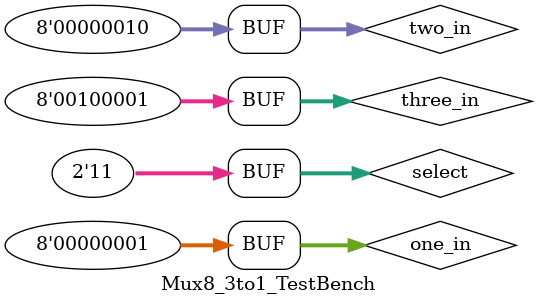
<source format=v>
/*
Title : Demux8_3to1_TestBench.v 
Author : Nathaniel Therrien
Description : A testbench for the Demux8_3to1 module. Tests the module's response to input changes and select code changes.
*/

module Mux8_3to1_TestBench();
    // Testbench Variables
    reg [7:0] one_in;
    reg [7:0] two_in;
    reg [7:0] three_in;
    reg [1:0] select;
    wire [7:0] data_out;

    Mux8_3to1 uut1 (.I1(one_in), .I2(two_in), .I3(three_in), .S(select), .Q(data_out));

    initial begin
        // Monitor Format
        $monitor("%t : \nInput One : %b\nInput Two : %b\nInput Three : %b\nSelect : %b\nOutput : %b\n", $time, one_in, two_in, three_in, select, data_out);

        // HERE'S THE BIG ONE
        one_in = 1; two_in = 2; three_in = 3; select = 0;
        #10;
        one_in = 1; two_in = 2; three_in = 3; select = 1;
        #10;
        one_in = 1; two_in = 2; three_in = 3; select = 2;
        #10;
        one_in = 1; two_in = 2; three_in = 3; select = 3;
        #10;
        one_in = 1; two_in = 2; three_in = 33; select = 3;
        #10;
    end

endmodule

</source>
